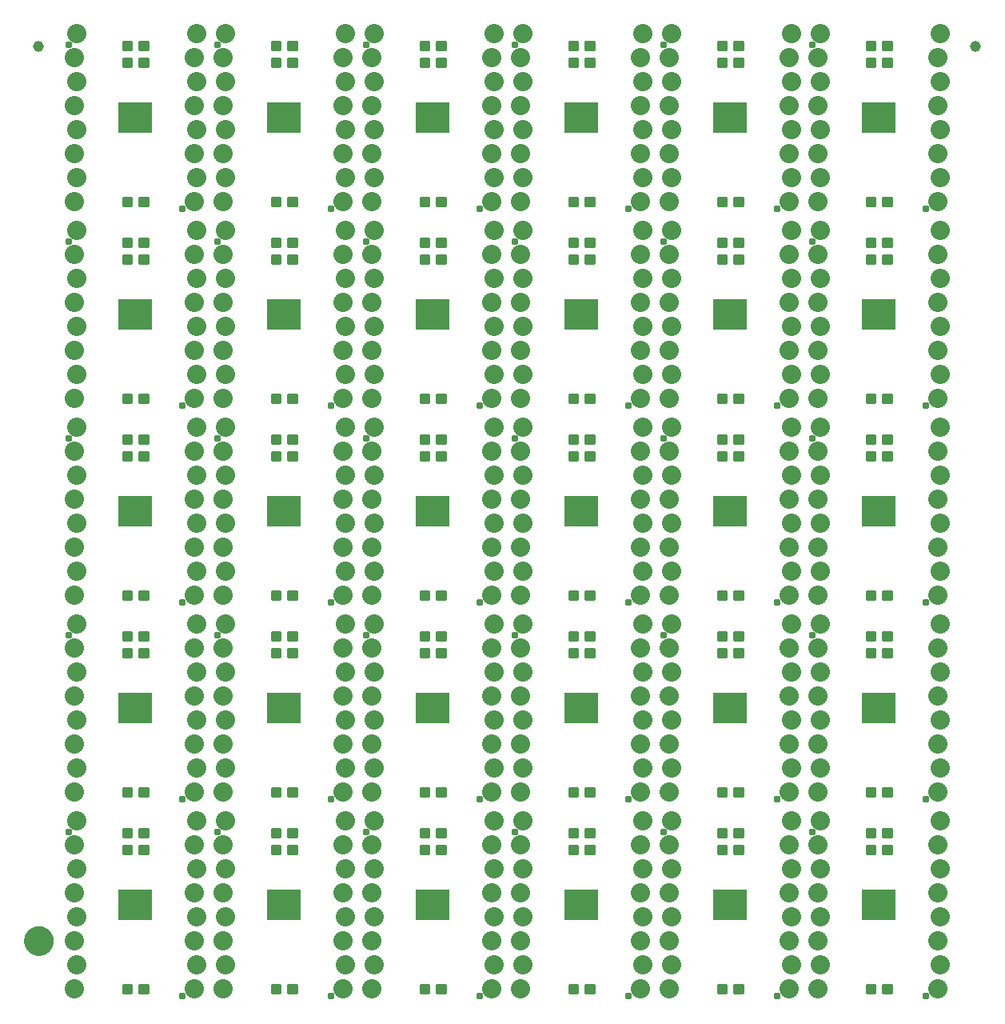
<source format=gbs>
G04 EAGLE Gerber RS-274X export*
G75*
%MOMM*%
%FSLAX34Y34*%
%LPD*%
%INSoldermask Bottom*%
%IPPOS*%
%AMOC8*
5,1,8,0,0,1.08239X$1,22.5*%
G01*
%ADD10R,3.556000X3.302000*%
%ADD11C,0.449434*%
%ADD12C,0.787400*%
%ADD13C,2.032000*%
%ADD14C,1.152400*%
%ADD15C,1.270000*%
%ADD16C,1.652400*%


D10*
X76200Y101600D03*
X233680Y101600D03*
X391160Y101600D03*
X548640Y101600D03*
X706120Y101600D03*
X863600Y101600D03*
X76200Y309880D03*
X233680Y309880D03*
X391160Y309880D03*
X548640Y309880D03*
X706120Y309880D03*
X863600Y309880D03*
X76200Y518160D03*
X233680Y518160D03*
X391160Y518160D03*
X548640Y518160D03*
X706120Y518160D03*
X863600Y518160D03*
X76200Y726440D03*
X233680Y726440D03*
X391160Y726440D03*
X548640Y726440D03*
X706120Y726440D03*
X863600Y726440D03*
X76200Y934720D03*
X233680Y934720D03*
X391160Y934720D03*
X548640Y934720D03*
X706120Y934720D03*
X863600Y934720D03*
D11*
X63915Y16215D02*
X63915Y9185D01*
X63915Y16215D02*
X70945Y16215D01*
X70945Y9185D01*
X63915Y9185D01*
X63915Y13454D02*
X70945Y13454D01*
X81455Y16215D02*
X81455Y9185D01*
X81455Y16215D02*
X88485Y16215D01*
X88485Y9185D01*
X81455Y9185D01*
X81455Y13454D02*
X88485Y13454D01*
D12*
X125984Y5080D03*
X5588Y178816D03*
D11*
X63915Y181315D02*
X63915Y174285D01*
X63915Y181315D02*
X70945Y181315D01*
X70945Y174285D01*
X63915Y174285D01*
X63915Y178554D02*
X70945Y178554D01*
X81455Y181315D02*
X81455Y174285D01*
X81455Y181315D02*
X88485Y181315D01*
X88485Y174285D01*
X81455Y174285D01*
X81455Y178554D02*
X88485Y178554D01*
X63915Y163535D02*
X63915Y156505D01*
X63915Y163535D02*
X70945Y163535D01*
X70945Y156505D01*
X63915Y156505D01*
X63915Y160774D02*
X70945Y160774D01*
X81455Y163535D02*
X81455Y156505D01*
X81455Y163535D02*
X88485Y163535D01*
X88485Y156505D01*
X81455Y156505D01*
X81455Y160774D02*
X88485Y160774D01*
D13*
X138430Y12700D03*
X140970Y38100D03*
X138430Y63500D03*
X140970Y88900D03*
X138430Y114300D03*
X140970Y139700D03*
X138430Y165100D03*
X140970Y190500D03*
X13970Y190500D03*
X11430Y165100D03*
X13970Y139700D03*
X11430Y114300D03*
X13970Y88900D03*
X11430Y63500D03*
X13970Y38100D03*
X11430Y12700D03*
D11*
X221395Y9185D02*
X221395Y16215D01*
X228425Y16215D01*
X228425Y9185D01*
X221395Y9185D01*
X221395Y13454D02*
X228425Y13454D01*
X238935Y16215D02*
X238935Y9185D01*
X238935Y16215D02*
X245965Y16215D01*
X245965Y9185D01*
X238935Y9185D01*
X238935Y13454D02*
X245965Y13454D01*
D12*
X283464Y5080D03*
X163068Y178816D03*
D11*
X221395Y181315D02*
X221395Y174285D01*
X221395Y181315D02*
X228425Y181315D01*
X228425Y174285D01*
X221395Y174285D01*
X221395Y178554D02*
X228425Y178554D01*
X238935Y181315D02*
X238935Y174285D01*
X238935Y181315D02*
X245965Y181315D01*
X245965Y174285D01*
X238935Y174285D01*
X238935Y178554D02*
X245965Y178554D01*
X221395Y163535D02*
X221395Y156505D01*
X221395Y163535D02*
X228425Y163535D01*
X228425Y156505D01*
X221395Y156505D01*
X221395Y160774D02*
X228425Y160774D01*
X238935Y163535D02*
X238935Y156505D01*
X238935Y163535D02*
X245965Y163535D01*
X245965Y156505D01*
X238935Y156505D01*
X238935Y160774D02*
X245965Y160774D01*
D13*
X295910Y12700D03*
X298450Y38100D03*
X295910Y63500D03*
X298450Y88900D03*
X295910Y114300D03*
X298450Y139700D03*
X295910Y165100D03*
X298450Y190500D03*
X171450Y190500D03*
X168910Y165100D03*
X171450Y139700D03*
X168910Y114300D03*
X171450Y88900D03*
X168910Y63500D03*
X171450Y38100D03*
X168910Y12700D03*
D11*
X378875Y9185D02*
X378875Y16215D01*
X385905Y16215D01*
X385905Y9185D01*
X378875Y9185D01*
X378875Y13454D02*
X385905Y13454D01*
X396415Y16215D02*
X396415Y9185D01*
X396415Y16215D02*
X403445Y16215D01*
X403445Y9185D01*
X396415Y9185D01*
X396415Y13454D02*
X403445Y13454D01*
D12*
X440944Y5080D03*
X320548Y178816D03*
D11*
X378875Y181315D02*
X378875Y174285D01*
X378875Y181315D02*
X385905Y181315D01*
X385905Y174285D01*
X378875Y174285D01*
X378875Y178554D02*
X385905Y178554D01*
X396415Y181315D02*
X396415Y174285D01*
X396415Y181315D02*
X403445Y181315D01*
X403445Y174285D01*
X396415Y174285D01*
X396415Y178554D02*
X403445Y178554D01*
X378875Y163535D02*
X378875Y156505D01*
X378875Y163535D02*
X385905Y163535D01*
X385905Y156505D01*
X378875Y156505D01*
X378875Y160774D02*
X385905Y160774D01*
X396415Y163535D02*
X396415Y156505D01*
X396415Y163535D02*
X403445Y163535D01*
X403445Y156505D01*
X396415Y156505D01*
X396415Y160774D02*
X403445Y160774D01*
D13*
X453390Y12700D03*
X455930Y38100D03*
X453390Y63500D03*
X455930Y88900D03*
X453390Y114300D03*
X455930Y139700D03*
X453390Y165100D03*
X455930Y190500D03*
X328930Y190500D03*
X326390Y165100D03*
X328930Y139700D03*
X326390Y114300D03*
X328930Y88900D03*
X326390Y63500D03*
X328930Y38100D03*
X326390Y12700D03*
D11*
X536355Y9185D02*
X536355Y16215D01*
X543385Y16215D01*
X543385Y9185D01*
X536355Y9185D01*
X536355Y13454D02*
X543385Y13454D01*
X553895Y16215D02*
X553895Y9185D01*
X553895Y16215D02*
X560925Y16215D01*
X560925Y9185D01*
X553895Y9185D01*
X553895Y13454D02*
X560925Y13454D01*
D12*
X598424Y5080D03*
X478028Y178816D03*
D11*
X536355Y181315D02*
X536355Y174285D01*
X536355Y181315D02*
X543385Y181315D01*
X543385Y174285D01*
X536355Y174285D01*
X536355Y178554D02*
X543385Y178554D01*
X553895Y181315D02*
X553895Y174285D01*
X553895Y181315D02*
X560925Y181315D01*
X560925Y174285D01*
X553895Y174285D01*
X553895Y178554D02*
X560925Y178554D01*
X536355Y163535D02*
X536355Y156505D01*
X536355Y163535D02*
X543385Y163535D01*
X543385Y156505D01*
X536355Y156505D01*
X536355Y160774D02*
X543385Y160774D01*
X553895Y163535D02*
X553895Y156505D01*
X553895Y163535D02*
X560925Y163535D01*
X560925Y156505D01*
X553895Y156505D01*
X553895Y160774D02*
X560925Y160774D01*
D13*
X610870Y12700D03*
X613410Y38100D03*
X610870Y63500D03*
X613410Y88900D03*
X610870Y114300D03*
X613410Y139700D03*
X610870Y165100D03*
X613410Y190500D03*
X486410Y190500D03*
X483870Y165100D03*
X486410Y139700D03*
X483870Y114300D03*
X486410Y88900D03*
X483870Y63500D03*
X486410Y38100D03*
X483870Y12700D03*
D11*
X693835Y9185D02*
X693835Y16215D01*
X700865Y16215D01*
X700865Y9185D01*
X693835Y9185D01*
X693835Y13454D02*
X700865Y13454D01*
X711375Y16215D02*
X711375Y9185D01*
X711375Y16215D02*
X718405Y16215D01*
X718405Y9185D01*
X711375Y9185D01*
X711375Y13454D02*
X718405Y13454D01*
D12*
X755904Y5080D03*
X635508Y178816D03*
D11*
X693835Y181315D02*
X693835Y174285D01*
X693835Y181315D02*
X700865Y181315D01*
X700865Y174285D01*
X693835Y174285D01*
X693835Y178554D02*
X700865Y178554D01*
X711375Y181315D02*
X711375Y174285D01*
X711375Y181315D02*
X718405Y181315D01*
X718405Y174285D01*
X711375Y174285D01*
X711375Y178554D02*
X718405Y178554D01*
X693835Y163535D02*
X693835Y156505D01*
X693835Y163535D02*
X700865Y163535D01*
X700865Y156505D01*
X693835Y156505D01*
X693835Y160774D02*
X700865Y160774D01*
X711375Y163535D02*
X711375Y156505D01*
X711375Y163535D02*
X718405Y163535D01*
X718405Y156505D01*
X711375Y156505D01*
X711375Y160774D02*
X718405Y160774D01*
D13*
X768350Y12700D03*
X770890Y38100D03*
X768350Y63500D03*
X770890Y88900D03*
X768350Y114300D03*
X770890Y139700D03*
X768350Y165100D03*
X770890Y190500D03*
X643890Y190500D03*
X641350Y165100D03*
X643890Y139700D03*
X641350Y114300D03*
X643890Y88900D03*
X641350Y63500D03*
X643890Y38100D03*
X641350Y12700D03*
D11*
X851315Y9185D02*
X851315Y16215D01*
X858345Y16215D01*
X858345Y9185D01*
X851315Y9185D01*
X851315Y13454D02*
X858345Y13454D01*
X868855Y16215D02*
X868855Y9185D01*
X868855Y16215D02*
X875885Y16215D01*
X875885Y9185D01*
X868855Y9185D01*
X868855Y13454D02*
X875885Y13454D01*
D12*
X913384Y5080D03*
X792988Y178816D03*
D11*
X851315Y181315D02*
X851315Y174285D01*
X851315Y181315D02*
X858345Y181315D01*
X858345Y174285D01*
X851315Y174285D01*
X851315Y178554D02*
X858345Y178554D01*
X868855Y181315D02*
X868855Y174285D01*
X868855Y181315D02*
X875885Y181315D01*
X875885Y174285D01*
X868855Y174285D01*
X868855Y178554D02*
X875885Y178554D01*
X851315Y163535D02*
X851315Y156505D01*
X851315Y163535D02*
X858345Y163535D01*
X858345Y156505D01*
X851315Y156505D01*
X851315Y160774D02*
X858345Y160774D01*
X868855Y163535D02*
X868855Y156505D01*
X868855Y163535D02*
X875885Y163535D01*
X875885Y156505D01*
X868855Y156505D01*
X868855Y160774D02*
X875885Y160774D01*
D13*
X925830Y12700D03*
X928370Y38100D03*
X925830Y63500D03*
X928370Y88900D03*
X925830Y114300D03*
X928370Y139700D03*
X925830Y165100D03*
X928370Y190500D03*
X801370Y190500D03*
X798830Y165100D03*
X801370Y139700D03*
X798830Y114300D03*
X801370Y88900D03*
X798830Y63500D03*
X801370Y38100D03*
X798830Y12700D03*
D11*
X63915Y217465D02*
X63915Y224495D01*
X70945Y224495D01*
X70945Y217465D01*
X63915Y217465D01*
X63915Y221734D02*
X70945Y221734D01*
X81455Y224495D02*
X81455Y217465D01*
X81455Y224495D02*
X88485Y224495D01*
X88485Y217465D01*
X81455Y217465D01*
X81455Y221734D02*
X88485Y221734D01*
D12*
X125984Y213360D03*
X5588Y387096D03*
D11*
X63915Y389595D02*
X63915Y382565D01*
X63915Y389595D02*
X70945Y389595D01*
X70945Y382565D01*
X63915Y382565D01*
X63915Y386834D02*
X70945Y386834D01*
X81455Y389595D02*
X81455Y382565D01*
X81455Y389595D02*
X88485Y389595D01*
X88485Y382565D01*
X81455Y382565D01*
X81455Y386834D02*
X88485Y386834D01*
X63915Y371815D02*
X63915Y364785D01*
X63915Y371815D02*
X70945Y371815D01*
X70945Y364785D01*
X63915Y364785D01*
X63915Y369054D02*
X70945Y369054D01*
X81455Y371815D02*
X81455Y364785D01*
X81455Y371815D02*
X88485Y371815D01*
X88485Y364785D01*
X81455Y364785D01*
X81455Y369054D02*
X88485Y369054D01*
D13*
X138430Y220980D03*
X140970Y246380D03*
X138430Y271780D03*
X140970Y297180D03*
X138430Y322580D03*
X140970Y347980D03*
X138430Y373380D03*
X140970Y398780D03*
X13970Y398780D03*
X11430Y373380D03*
X13970Y347980D03*
X11430Y322580D03*
X13970Y297180D03*
X11430Y271780D03*
X13970Y246380D03*
X11430Y220980D03*
D11*
X221395Y217465D02*
X221395Y224495D01*
X228425Y224495D01*
X228425Y217465D01*
X221395Y217465D01*
X221395Y221734D02*
X228425Y221734D01*
X238935Y224495D02*
X238935Y217465D01*
X238935Y224495D02*
X245965Y224495D01*
X245965Y217465D01*
X238935Y217465D01*
X238935Y221734D02*
X245965Y221734D01*
D12*
X283464Y213360D03*
X163068Y387096D03*
D11*
X221395Y389595D02*
X221395Y382565D01*
X221395Y389595D02*
X228425Y389595D01*
X228425Y382565D01*
X221395Y382565D01*
X221395Y386834D02*
X228425Y386834D01*
X238935Y389595D02*
X238935Y382565D01*
X238935Y389595D02*
X245965Y389595D01*
X245965Y382565D01*
X238935Y382565D01*
X238935Y386834D02*
X245965Y386834D01*
X221395Y371815D02*
X221395Y364785D01*
X221395Y371815D02*
X228425Y371815D01*
X228425Y364785D01*
X221395Y364785D01*
X221395Y369054D02*
X228425Y369054D01*
X238935Y371815D02*
X238935Y364785D01*
X238935Y371815D02*
X245965Y371815D01*
X245965Y364785D01*
X238935Y364785D01*
X238935Y369054D02*
X245965Y369054D01*
D13*
X295910Y220980D03*
X298450Y246380D03*
X295910Y271780D03*
X298450Y297180D03*
X295910Y322580D03*
X298450Y347980D03*
X295910Y373380D03*
X298450Y398780D03*
X171450Y398780D03*
X168910Y373380D03*
X171450Y347980D03*
X168910Y322580D03*
X171450Y297180D03*
X168910Y271780D03*
X171450Y246380D03*
X168910Y220980D03*
D11*
X378875Y217465D02*
X378875Y224495D01*
X385905Y224495D01*
X385905Y217465D01*
X378875Y217465D01*
X378875Y221734D02*
X385905Y221734D01*
X396415Y224495D02*
X396415Y217465D01*
X396415Y224495D02*
X403445Y224495D01*
X403445Y217465D01*
X396415Y217465D01*
X396415Y221734D02*
X403445Y221734D01*
D12*
X440944Y213360D03*
X320548Y387096D03*
D11*
X378875Y389595D02*
X378875Y382565D01*
X378875Y389595D02*
X385905Y389595D01*
X385905Y382565D01*
X378875Y382565D01*
X378875Y386834D02*
X385905Y386834D01*
X396415Y389595D02*
X396415Y382565D01*
X396415Y389595D02*
X403445Y389595D01*
X403445Y382565D01*
X396415Y382565D01*
X396415Y386834D02*
X403445Y386834D01*
X378875Y371815D02*
X378875Y364785D01*
X378875Y371815D02*
X385905Y371815D01*
X385905Y364785D01*
X378875Y364785D01*
X378875Y369054D02*
X385905Y369054D01*
X396415Y371815D02*
X396415Y364785D01*
X396415Y371815D02*
X403445Y371815D01*
X403445Y364785D01*
X396415Y364785D01*
X396415Y369054D02*
X403445Y369054D01*
D13*
X453390Y220980D03*
X455930Y246380D03*
X453390Y271780D03*
X455930Y297180D03*
X453390Y322580D03*
X455930Y347980D03*
X453390Y373380D03*
X455930Y398780D03*
X328930Y398780D03*
X326390Y373380D03*
X328930Y347980D03*
X326390Y322580D03*
X328930Y297180D03*
X326390Y271780D03*
X328930Y246380D03*
X326390Y220980D03*
D11*
X536355Y217465D02*
X536355Y224495D01*
X543385Y224495D01*
X543385Y217465D01*
X536355Y217465D01*
X536355Y221734D02*
X543385Y221734D01*
X553895Y224495D02*
X553895Y217465D01*
X553895Y224495D02*
X560925Y224495D01*
X560925Y217465D01*
X553895Y217465D01*
X553895Y221734D02*
X560925Y221734D01*
D12*
X598424Y213360D03*
X478028Y387096D03*
D11*
X536355Y389595D02*
X536355Y382565D01*
X536355Y389595D02*
X543385Y389595D01*
X543385Y382565D01*
X536355Y382565D01*
X536355Y386834D02*
X543385Y386834D01*
X553895Y389595D02*
X553895Y382565D01*
X553895Y389595D02*
X560925Y389595D01*
X560925Y382565D01*
X553895Y382565D01*
X553895Y386834D02*
X560925Y386834D01*
X536355Y371815D02*
X536355Y364785D01*
X536355Y371815D02*
X543385Y371815D01*
X543385Y364785D01*
X536355Y364785D01*
X536355Y369054D02*
X543385Y369054D01*
X553895Y371815D02*
X553895Y364785D01*
X553895Y371815D02*
X560925Y371815D01*
X560925Y364785D01*
X553895Y364785D01*
X553895Y369054D02*
X560925Y369054D01*
D13*
X610870Y220980D03*
X613410Y246380D03*
X610870Y271780D03*
X613410Y297180D03*
X610870Y322580D03*
X613410Y347980D03*
X610870Y373380D03*
X613410Y398780D03*
X486410Y398780D03*
X483870Y373380D03*
X486410Y347980D03*
X483870Y322580D03*
X486410Y297180D03*
X483870Y271780D03*
X486410Y246380D03*
X483870Y220980D03*
D11*
X693835Y217465D02*
X693835Y224495D01*
X700865Y224495D01*
X700865Y217465D01*
X693835Y217465D01*
X693835Y221734D02*
X700865Y221734D01*
X711375Y224495D02*
X711375Y217465D01*
X711375Y224495D02*
X718405Y224495D01*
X718405Y217465D01*
X711375Y217465D01*
X711375Y221734D02*
X718405Y221734D01*
D12*
X755904Y213360D03*
X635508Y387096D03*
D11*
X693835Y389595D02*
X693835Y382565D01*
X693835Y389595D02*
X700865Y389595D01*
X700865Y382565D01*
X693835Y382565D01*
X693835Y386834D02*
X700865Y386834D01*
X711375Y389595D02*
X711375Y382565D01*
X711375Y389595D02*
X718405Y389595D01*
X718405Y382565D01*
X711375Y382565D01*
X711375Y386834D02*
X718405Y386834D01*
X693835Y371815D02*
X693835Y364785D01*
X693835Y371815D02*
X700865Y371815D01*
X700865Y364785D01*
X693835Y364785D01*
X693835Y369054D02*
X700865Y369054D01*
X711375Y371815D02*
X711375Y364785D01*
X711375Y371815D02*
X718405Y371815D01*
X718405Y364785D01*
X711375Y364785D01*
X711375Y369054D02*
X718405Y369054D01*
D13*
X768350Y220980D03*
X770890Y246380D03*
X768350Y271780D03*
X770890Y297180D03*
X768350Y322580D03*
X770890Y347980D03*
X768350Y373380D03*
X770890Y398780D03*
X643890Y398780D03*
X641350Y373380D03*
X643890Y347980D03*
X641350Y322580D03*
X643890Y297180D03*
X641350Y271780D03*
X643890Y246380D03*
X641350Y220980D03*
D11*
X851315Y217465D02*
X851315Y224495D01*
X858345Y224495D01*
X858345Y217465D01*
X851315Y217465D01*
X851315Y221734D02*
X858345Y221734D01*
X868855Y224495D02*
X868855Y217465D01*
X868855Y224495D02*
X875885Y224495D01*
X875885Y217465D01*
X868855Y217465D01*
X868855Y221734D02*
X875885Y221734D01*
D12*
X913384Y213360D03*
X792988Y387096D03*
D11*
X851315Y389595D02*
X851315Y382565D01*
X851315Y389595D02*
X858345Y389595D01*
X858345Y382565D01*
X851315Y382565D01*
X851315Y386834D02*
X858345Y386834D01*
X868855Y389595D02*
X868855Y382565D01*
X868855Y389595D02*
X875885Y389595D01*
X875885Y382565D01*
X868855Y382565D01*
X868855Y386834D02*
X875885Y386834D01*
X851315Y371815D02*
X851315Y364785D01*
X851315Y371815D02*
X858345Y371815D01*
X858345Y364785D01*
X851315Y364785D01*
X851315Y369054D02*
X858345Y369054D01*
X868855Y371815D02*
X868855Y364785D01*
X868855Y371815D02*
X875885Y371815D01*
X875885Y364785D01*
X868855Y364785D01*
X868855Y369054D02*
X875885Y369054D01*
D13*
X925830Y220980D03*
X928370Y246380D03*
X925830Y271780D03*
X928370Y297180D03*
X925830Y322580D03*
X928370Y347980D03*
X925830Y373380D03*
X928370Y398780D03*
X801370Y398780D03*
X798830Y373380D03*
X801370Y347980D03*
X798830Y322580D03*
X801370Y297180D03*
X798830Y271780D03*
X801370Y246380D03*
X798830Y220980D03*
D11*
X63915Y425745D02*
X63915Y432775D01*
X70945Y432775D01*
X70945Y425745D01*
X63915Y425745D01*
X63915Y430014D02*
X70945Y430014D01*
X81455Y432775D02*
X81455Y425745D01*
X81455Y432775D02*
X88485Y432775D01*
X88485Y425745D01*
X81455Y425745D01*
X81455Y430014D02*
X88485Y430014D01*
D12*
X125984Y421640D03*
X5588Y595376D03*
D11*
X63915Y597875D02*
X63915Y590845D01*
X63915Y597875D02*
X70945Y597875D01*
X70945Y590845D01*
X63915Y590845D01*
X63915Y595114D02*
X70945Y595114D01*
X81455Y597875D02*
X81455Y590845D01*
X81455Y597875D02*
X88485Y597875D01*
X88485Y590845D01*
X81455Y590845D01*
X81455Y595114D02*
X88485Y595114D01*
X63915Y580095D02*
X63915Y573065D01*
X63915Y580095D02*
X70945Y580095D01*
X70945Y573065D01*
X63915Y573065D01*
X63915Y577334D02*
X70945Y577334D01*
X81455Y580095D02*
X81455Y573065D01*
X81455Y580095D02*
X88485Y580095D01*
X88485Y573065D01*
X81455Y573065D01*
X81455Y577334D02*
X88485Y577334D01*
D13*
X138430Y429260D03*
X140970Y454660D03*
X138430Y480060D03*
X140970Y505460D03*
X138430Y530860D03*
X140970Y556260D03*
X138430Y581660D03*
X140970Y607060D03*
X13970Y607060D03*
X11430Y581660D03*
X13970Y556260D03*
X11430Y530860D03*
X13970Y505460D03*
X11430Y480060D03*
X13970Y454660D03*
X11430Y429260D03*
D11*
X221395Y425745D02*
X221395Y432775D01*
X228425Y432775D01*
X228425Y425745D01*
X221395Y425745D01*
X221395Y430014D02*
X228425Y430014D01*
X238935Y432775D02*
X238935Y425745D01*
X238935Y432775D02*
X245965Y432775D01*
X245965Y425745D01*
X238935Y425745D01*
X238935Y430014D02*
X245965Y430014D01*
D12*
X283464Y421640D03*
X163068Y595376D03*
D11*
X221395Y597875D02*
X221395Y590845D01*
X221395Y597875D02*
X228425Y597875D01*
X228425Y590845D01*
X221395Y590845D01*
X221395Y595114D02*
X228425Y595114D01*
X238935Y597875D02*
X238935Y590845D01*
X238935Y597875D02*
X245965Y597875D01*
X245965Y590845D01*
X238935Y590845D01*
X238935Y595114D02*
X245965Y595114D01*
X221395Y580095D02*
X221395Y573065D01*
X221395Y580095D02*
X228425Y580095D01*
X228425Y573065D01*
X221395Y573065D01*
X221395Y577334D02*
X228425Y577334D01*
X238935Y580095D02*
X238935Y573065D01*
X238935Y580095D02*
X245965Y580095D01*
X245965Y573065D01*
X238935Y573065D01*
X238935Y577334D02*
X245965Y577334D01*
D13*
X295910Y429260D03*
X298450Y454660D03*
X295910Y480060D03*
X298450Y505460D03*
X295910Y530860D03*
X298450Y556260D03*
X295910Y581660D03*
X298450Y607060D03*
X171450Y607060D03*
X168910Y581660D03*
X171450Y556260D03*
X168910Y530860D03*
X171450Y505460D03*
X168910Y480060D03*
X171450Y454660D03*
X168910Y429260D03*
D11*
X378875Y425745D02*
X378875Y432775D01*
X385905Y432775D01*
X385905Y425745D01*
X378875Y425745D01*
X378875Y430014D02*
X385905Y430014D01*
X396415Y432775D02*
X396415Y425745D01*
X396415Y432775D02*
X403445Y432775D01*
X403445Y425745D01*
X396415Y425745D01*
X396415Y430014D02*
X403445Y430014D01*
D12*
X440944Y421640D03*
X320548Y595376D03*
D11*
X378875Y597875D02*
X378875Y590845D01*
X378875Y597875D02*
X385905Y597875D01*
X385905Y590845D01*
X378875Y590845D01*
X378875Y595114D02*
X385905Y595114D01*
X396415Y597875D02*
X396415Y590845D01*
X396415Y597875D02*
X403445Y597875D01*
X403445Y590845D01*
X396415Y590845D01*
X396415Y595114D02*
X403445Y595114D01*
X378875Y580095D02*
X378875Y573065D01*
X378875Y580095D02*
X385905Y580095D01*
X385905Y573065D01*
X378875Y573065D01*
X378875Y577334D02*
X385905Y577334D01*
X396415Y580095D02*
X396415Y573065D01*
X396415Y580095D02*
X403445Y580095D01*
X403445Y573065D01*
X396415Y573065D01*
X396415Y577334D02*
X403445Y577334D01*
D13*
X453390Y429260D03*
X455930Y454660D03*
X453390Y480060D03*
X455930Y505460D03*
X453390Y530860D03*
X455930Y556260D03*
X453390Y581660D03*
X455930Y607060D03*
X328930Y607060D03*
X326390Y581660D03*
X328930Y556260D03*
X326390Y530860D03*
X328930Y505460D03*
X326390Y480060D03*
X328930Y454660D03*
X326390Y429260D03*
D11*
X536355Y425745D02*
X536355Y432775D01*
X543385Y432775D01*
X543385Y425745D01*
X536355Y425745D01*
X536355Y430014D02*
X543385Y430014D01*
X553895Y432775D02*
X553895Y425745D01*
X553895Y432775D02*
X560925Y432775D01*
X560925Y425745D01*
X553895Y425745D01*
X553895Y430014D02*
X560925Y430014D01*
D12*
X598424Y421640D03*
X478028Y595376D03*
D11*
X536355Y597875D02*
X536355Y590845D01*
X536355Y597875D02*
X543385Y597875D01*
X543385Y590845D01*
X536355Y590845D01*
X536355Y595114D02*
X543385Y595114D01*
X553895Y597875D02*
X553895Y590845D01*
X553895Y597875D02*
X560925Y597875D01*
X560925Y590845D01*
X553895Y590845D01*
X553895Y595114D02*
X560925Y595114D01*
X536355Y580095D02*
X536355Y573065D01*
X536355Y580095D02*
X543385Y580095D01*
X543385Y573065D01*
X536355Y573065D01*
X536355Y577334D02*
X543385Y577334D01*
X553895Y580095D02*
X553895Y573065D01*
X553895Y580095D02*
X560925Y580095D01*
X560925Y573065D01*
X553895Y573065D01*
X553895Y577334D02*
X560925Y577334D01*
D13*
X610870Y429260D03*
X613410Y454660D03*
X610870Y480060D03*
X613410Y505460D03*
X610870Y530860D03*
X613410Y556260D03*
X610870Y581660D03*
X613410Y607060D03*
X486410Y607060D03*
X483870Y581660D03*
X486410Y556260D03*
X483870Y530860D03*
X486410Y505460D03*
X483870Y480060D03*
X486410Y454660D03*
X483870Y429260D03*
D11*
X693835Y425745D02*
X693835Y432775D01*
X700865Y432775D01*
X700865Y425745D01*
X693835Y425745D01*
X693835Y430014D02*
X700865Y430014D01*
X711375Y432775D02*
X711375Y425745D01*
X711375Y432775D02*
X718405Y432775D01*
X718405Y425745D01*
X711375Y425745D01*
X711375Y430014D02*
X718405Y430014D01*
D12*
X755904Y421640D03*
X635508Y595376D03*
D11*
X693835Y597875D02*
X693835Y590845D01*
X693835Y597875D02*
X700865Y597875D01*
X700865Y590845D01*
X693835Y590845D01*
X693835Y595114D02*
X700865Y595114D01*
X711375Y597875D02*
X711375Y590845D01*
X711375Y597875D02*
X718405Y597875D01*
X718405Y590845D01*
X711375Y590845D01*
X711375Y595114D02*
X718405Y595114D01*
X693835Y580095D02*
X693835Y573065D01*
X693835Y580095D02*
X700865Y580095D01*
X700865Y573065D01*
X693835Y573065D01*
X693835Y577334D02*
X700865Y577334D01*
X711375Y580095D02*
X711375Y573065D01*
X711375Y580095D02*
X718405Y580095D01*
X718405Y573065D01*
X711375Y573065D01*
X711375Y577334D02*
X718405Y577334D01*
D13*
X768350Y429260D03*
X770890Y454660D03*
X768350Y480060D03*
X770890Y505460D03*
X768350Y530860D03*
X770890Y556260D03*
X768350Y581660D03*
X770890Y607060D03*
X643890Y607060D03*
X641350Y581660D03*
X643890Y556260D03*
X641350Y530860D03*
X643890Y505460D03*
X641350Y480060D03*
X643890Y454660D03*
X641350Y429260D03*
D11*
X851315Y425745D02*
X851315Y432775D01*
X858345Y432775D01*
X858345Y425745D01*
X851315Y425745D01*
X851315Y430014D02*
X858345Y430014D01*
X868855Y432775D02*
X868855Y425745D01*
X868855Y432775D02*
X875885Y432775D01*
X875885Y425745D01*
X868855Y425745D01*
X868855Y430014D02*
X875885Y430014D01*
D12*
X913384Y421640D03*
X792988Y595376D03*
D11*
X851315Y597875D02*
X851315Y590845D01*
X851315Y597875D02*
X858345Y597875D01*
X858345Y590845D01*
X851315Y590845D01*
X851315Y595114D02*
X858345Y595114D01*
X868855Y597875D02*
X868855Y590845D01*
X868855Y597875D02*
X875885Y597875D01*
X875885Y590845D01*
X868855Y590845D01*
X868855Y595114D02*
X875885Y595114D01*
X851315Y580095D02*
X851315Y573065D01*
X851315Y580095D02*
X858345Y580095D01*
X858345Y573065D01*
X851315Y573065D01*
X851315Y577334D02*
X858345Y577334D01*
X868855Y580095D02*
X868855Y573065D01*
X868855Y580095D02*
X875885Y580095D01*
X875885Y573065D01*
X868855Y573065D01*
X868855Y577334D02*
X875885Y577334D01*
D13*
X925830Y429260D03*
X928370Y454660D03*
X925830Y480060D03*
X928370Y505460D03*
X925830Y530860D03*
X928370Y556260D03*
X925830Y581660D03*
X928370Y607060D03*
X801370Y607060D03*
X798830Y581660D03*
X801370Y556260D03*
X798830Y530860D03*
X801370Y505460D03*
X798830Y480060D03*
X801370Y454660D03*
X798830Y429260D03*
D11*
X63915Y634025D02*
X63915Y641055D01*
X70945Y641055D01*
X70945Y634025D01*
X63915Y634025D01*
X63915Y638294D02*
X70945Y638294D01*
X81455Y641055D02*
X81455Y634025D01*
X81455Y641055D02*
X88485Y641055D01*
X88485Y634025D01*
X81455Y634025D01*
X81455Y638294D02*
X88485Y638294D01*
D12*
X125984Y629920D03*
X5588Y803656D03*
D11*
X63915Y806155D02*
X63915Y799125D01*
X63915Y806155D02*
X70945Y806155D01*
X70945Y799125D01*
X63915Y799125D01*
X63915Y803394D02*
X70945Y803394D01*
X81455Y806155D02*
X81455Y799125D01*
X81455Y806155D02*
X88485Y806155D01*
X88485Y799125D01*
X81455Y799125D01*
X81455Y803394D02*
X88485Y803394D01*
X63915Y788375D02*
X63915Y781345D01*
X63915Y788375D02*
X70945Y788375D01*
X70945Y781345D01*
X63915Y781345D01*
X63915Y785614D02*
X70945Y785614D01*
X81455Y788375D02*
X81455Y781345D01*
X81455Y788375D02*
X88485Y788375D01*
X88485Y781345D01*
X81455Y781345D01*
X81455Y785614D02*
X88485Y785614D01*
D13*
X138430Y637540D03*
X140970Y662940D03*
X138430Y688340D03*
X140970Y713740D03*
X138430Y739140D03*
X140970Y764540D03*
X138430Y789940D03*
X140970Y815340D03*
X13970Y815340D03*
X11430Y789940D03*
X13970Y764540D03*
X11430Y739140D03*
X13970Y713740D03*
X11430Y688340D03*
X13970Y662940D03*
X11430Y637540D03*
D11*
X221395Y634025D02*
X221395Y641055D01*
X228425Y641055D01*
X228425Y634025D01*
X221395Y634025D01*
X221395Y638294D02*
X228425Y638294D01*
X238935Y641055D02*
X238935Y634025D01*
X238935Y641055D02*
X245965Y641055D01*
X245965Y634025D01*
X238935Y634025D01*
X238935Y638294D02*
X245965Y638294D01*
D12*
X283464Y629920D03*
X163068Y803656D03*
D11*
X221395Y806155D02*
X221395Y799125D01*
X221395Y806155D02*
X228425Y806155D01*
X228425Y799125D01*
X221395Y799125D01*
X221395Y803394D02*
X228425Y803394D01*
X238935Y806155D02*
X238935Y799125D01*
X238935Y806155D02*
X245965Y806155D01*
X245965Y799125D01*
X238935Y799125D01*
X238935Y803394D02*
X245965Y803394D01*
X221395Y788375D02*
X221395Y781345D01*
X221395Y788375D02*
X228425Y788375D01*
X228425Y781345D01*
X221395Y781345D01*
X221395Y785614D02*
X228425Y785614D01*
X238935Y788375D02*
X238935Y781345D01*
X238935Y788375D02*
X245965Y788375D01*
X245965Y781345D01*
X238935Y781345D01*
X238935Y785614D02*
X245965Y785614D01*
D13*
X295910Y637540D03*
X298450Y662940D03*
X295910Y688340D03*
X298450Y713740D03*
X295910Y739140D03*
X298450Y764540D03*
X295910Y789940D03*
X298450Y815340D03*
X171450Y815340D03*
X168910Y789940D03*
X171450Y764540D03*
X168910Y739140D03*
X171450Y713740D03*
X168910Y688340D03*
X171450Y662940D03*
X168910Y637540D03*
D11*
X378875Y634025D02*
X378875Y641055D01*
X385905Y641055D01*
X385905Y634025D01*
X378875Y634025D01*
X378875Y638294D02*
X385905Y638294D01*
X396415Y641055D02*
X396415Y634025D01*
X396415Y641055D02*
X403445Y641055D01*
X403445Y634025D01*
X396415Y634025D01*
X396415Y638294D02*
X403445Y638294D01*
D12*
X440944Y629920D03*
X320548Y803656D03*
D11*
X378875Y806155D02*
X378875Y799125D01*
X378875Y806155D02*
X385905Y806155D01*
X385905Y799125D01*
X378875Y799125D01*
X378875Y803394D02*
X385905Y803394D01*
X396415Y806155D02*
X396415Y799125D01*
X396415Y806155D02*
X403445Y806155D01*
X403445Y799125D01*
X396415Y799125D01*
X396415Y803394D02*
X403445Y803394D01*
X378875Y788375D02*
X378875Y781345D01*
X378875Y788375D02*
X385905Y788375D01*
X385905Y781345D01*
X378875Y781345D01*
X378875Y785614D02*
X385905Y785614D01*
X396415Y788375D02*
X396415Y781345D01*
X396415Y788375D02*
X403445Y788375D01*
X403445Y781345D01*
X396415Y781345D01*
X396415Y785614D02*
X403445Y785614D01*
D13*
X453390Y637540D03*
X455930Y662940D03*
X453390Y688340D03*
X455930Y713740D03*
X453390Y739140D03*
X455930Y764540D03*
X453390Y789940D03*
X455930Y815340D03*
X328930Y815340D03*
X326390Y789940D03*
X328930Y764540D03*
X326390Y739140D03*
X328930Y713740D03*
X326390Y688340D03*
X328930Y662940D03*
X326390Y637540D03*
D11*
X536355Y634025D02*
X536355Y641055D01*
X543385Y641055D01*
X543385Y634025D01*
X536355Y634025D01*
X536355Y638294D02*
X543385Y638294D01*
X553895Y641055D02*
X553895Y634025D01*
X553895Y641055D02*
X560925Y641055D01*
X560925Y634025D01*
X553895Y634025D01*
X553895Y638294D02*
X560925Y638294D01*
D12*
X598424Y629920D03*
X478028Y803656D03*
D11*
X536355Y806155D02*
X536355Y799125D01*
X536355Y806155D02*
X543385Y806155D01*
X543385Y799125D01*
X536355Y799125D01*
X536355Y803394D02*
X543385Y803394D01*
X553895Y806155D02*
X553895Y799125D01*
X553895Y806155D02*
X560925Y806155D01*
X560925Y799125D01*
X553895Y799125D01*
X553895Y803394D02*
X560925Y803394D01*
X536355Y788375D02*
X536355Y781345D01*
X536355Y788375D02*
X543385Y788375D01*
X543385Y781345D01*
X536355Y781345D01*
X536355Y785614D02*
X543385Y785614D01*
X553895Y788375D02*
X553895Y781345D01*
X553895Y788375D02*
X560925Y788375D01*
X560925Y781345D01*
X553895Y781345D01*
X553895Y785614D02*
X560925Y785614D01*
D13*
X610870Y637540D03*
X613410Y662940D03*
X610870Y688340D03*
X613410Y713740D03*
X610870Y739140D03*
X613410Y764540D03*
X610870Y789940D03*
X613410Y815340D03*
X486410Y815340D03*
X483870Y789940D03*
X486410Y764540D03*
X483870Y739140D03*
X486410Y713740D03*
X483870Y688340D03*
X486410Y662940D03*
X483870Y637540D03*
D11*
X693835Y634025D02*
X693835Y641055D01*
X700865Y641055D01*
X700865Y634025D01*
X693835Y634025D01*
X693835Y638294D02*
X700865Y638294D01*
X711375Y641055D02*
X711375Y634025D01*
X711375Y641055D02*
X718405Y641055D01*
X718405Y634025D01*
X711375Y634025D01*
X711375Y638294D02*
X718405Y638294D01*
D12*
X755904Y629920D03*
X635508Y803656D03*
D11*
X693835Y806155D02*
X693835Y799125D01*
X693835Y806155D02*
X700865Y806155D01*
X700865Y799125D01*
X693835Y799125D01*
X693835Y803394D02*
X700865Y803394D01*
X711375Y806155D02*
X711375Y799125D01*
X711375Y806155D02*
X718405Y806155D01*
X718405Y799125D01*
X711375Y799125D01*
X711375Y803394D02*
X718405Y803394D01*
X693835Y788375D02*
X693835Y781345D01*
X693835Y788375D02*
X700865Y788375D01*
X700865Y781345D01*
X693835Y781345D01*
X693835Y785614D02*
X700865Y785614D01*
X711375Y788375D02*
X711375Y781345D01*
X711375Y788375D02*
X718405Y788375D01*
X718405Y781345D01*
X711375Y781345D01*
X711375Y785614D02*
X718405Y785614D01*
D13*
X768350Y637540D03*
X770890Y662940D03*
X768350Y688340D03*
X770890Y713740D03*
X768350Y739140D03*
X770890Y764540D03*
X768350Y789940D03*
X770890Y815340D03*
X643890Y815340D03*
X641350Y789940D03*
X643890Y764540D03*
X641350Y739140D03*
X643890Y713740D03*
X641350Y688340D03*
X643890Y662940D03*
X641350Y637540D03*
D11*
X851315Y634025D02*
X851315Y641055D01*
X858345Y641055D01*
X858345Y634025D01*
X851315Y634025D01*
X851315Y638294D02*
X858345Y638294D01*
X868855Y641055D02*
X868855Y634025D01*
X868855Y641055D02*
X875885Y641055D01*
X875885Y634025D01*
X868855Y634025D01*
X868855Y638294D02*
X875885Y638294D01*
D12*
X913384Y629920D03*
X792988Y803656D03*
D11*
X851315Y806155D02*
X851315Y799125D01*
X851315Y806155D02*
X858345Y806155D01*
X858345Y799125D01*
X851315Y799125D01*
X851315Y803394D02*
X858345Y803394D01*
X868855Y806155D02*
X868855Y799125D01*
X868855Y806155D02*
X875885Y806155D01*
X875885Y799125D01*
X868855Y799125D01*
X868855Y803394D02*
X875885Y803394D01*
X851315Y788375D02*
X851315Y781345D01*
X851315Y788375D02*
X858345Y788375D01*
X858345Y781345D01*
X851315Y781345D01*
X851315Y785614D02*
X858345Y785614D01*
X868855Y788375D02*
X868855Y781345D01*
X868855Y788375D02*
X875885Y788375D01*
X875885Y781345D01*
X868855Y781345D01*
X868855Y785614D02*
X875885Y785614D01*
D13*
X925830Y637540D03*
X928370Y662940D03*
X925830Y688340D03*
X928370Y713740D03*
X925830Y739140D03*
X928370Y764540D03*
X925830Y789940D03*
X928370Y815340D03*
X801370Y815340D03*
X798830Y789940D03*
X801370Y764540D03*
X798830Y739140D03*
X801370Y713740D03*
X798830Y688340D03*
X801370Y662940D03*
X798830Y637540D03*
D11*
X63915Y842305D02*
X63915Y849335D01*
X70945Y849335D01*
X70945Y842305D01*
X63915Y842305D01*
X63915Y846574D02*
X70945Y846574D01*
X81455Y849335D02*
X81455Y842305D01*
X81455Y849335D02*
X88485Y849335D01*
X88485Y842305D01*
X81455Y842305D01*
X81455Y846574D02*
X88485Y846574D01*
D12*
X125984Y838200D03*
X5588Y1011936D03*
D11*
X63915Y1014435D02*
X63915Y1007405D01*
X63915Y1014435D02*
X70945Y1014435D01*
X70945Y1007405D01*
X63915Y1007405D01*
X63915Y1011674D02*
X70945Y1011674D01*
X81455Y1014435D02*
X81455Y1007405D01*
X81455Y1014435D02*
X88485Y1014435D01*
X88485Y1007405D01*
X81455Y1007405D01*
X81455Y1011674D02*
X88485Y1011674D01*
X63915Y996655D02*
X63915Y989625D01*
X63915Y996655D02*
X70945Y996655D01*
X70945Y989625D01*
X63915Y989625D01*
X63915Y993894D02*
X70945Y993894D01*
X81455Y996655D02*
X81455Y989625D01*
X81455Y996655D02*
X88485Y996655D01*
X88485Y989625D01*
X81455Y989625D01*
X81455Y993894D02*
X88485Y993894D01*
D13*
X138430Y845820D03*
X140970Y871220D03*
X138430Y896620D03*
X140970Y922020D03*
X138430Y947420D03*
X140970Y972820D03*
X138430Y998220D03*
X140970Y1023620D03*
X13970Y1023620D03*
X11430Y998220D03*
X13970Y972820D03*
X11430Y947420D03*
X13970Y922020D03*
X11430Y896620D03*
X13970Y871220D03*
X11430Y845820D03*
D11*
X221395Y842305D02*
X221395Y849335D01*
X228425Y849335D01*
X228425Y842305D01*
X221395Y842305D01*
X221395Y846574D02*
X228425Y846574D01*
X238935Y849335D02*
X238935Y842305D01*
X238935Y849335D02*
X245965Y849335D01*
X245965Y842305D01*
X238935Y842305D01*
X238935Y846574D02*
X245965Y846574D01*
D12*
X283464Y838200D03*
X163068Y1011936D03*
D11*
X221395Y1014435D02*
X221395Y1007405D01*
X221395Y1014435D02*
X228425Y1014435D01*
X228425Y1007405D01*
X221395Y1007405D01*
X221395Y1011674D02*
X228425Y1011674D01*
X238935Y1014435D02*
X238935Y1007405D01*
X238935Y1014435D02*
X245965Y1014435D01*
X245965Y1007405D01*
X238935Y1007405D01*
X238935Y1011674D02*
X245965Y1011674D01*
X221395Y996655D02*
X221395Y989625D01*
X221395Y996655D02*
X228425Y996655D01*
X228425Y989625D01*
X221395Y989625D01*
X221395Y993894D02*
X228425Y993894D01*
X238935Y996655D02*
X238935Y989625D01*
X238935Y996655D02*
X245965Y996655D01*
X245965Y989625D01*
X238935Y989625D01*
X238935Y993894D02*
X245965Y993894D01*
D13*
X295910Y845820D03*
X298450Y871220D03*
X295910Y896620D03*
X298450Y922020D03*
X295910Y947420D03*
X298450Y972820D03*
X295910Y998220D03*
X298450Y1023620D03*
X171450Y1023620D03*
X168910Y998220D03*
X171450Y972820D03*
X168910Y947420D03*
X171450Y922020D03*
X168910Y896620D03*
X171450Y871220D03*
X168910Y845820D03*
D11*
X378875Y842305D02*
X378875Y849335D01*
X385905Y849335D01*
X385905Y842305D01*
X378875Y842305D01*
X378875Y846574D02*
X385905Y846574D01*
X396415Y849335D02*
X396415Y842305D01*
X396415Y849335D02*
X403445Y849335D01*
X403445Y842305D01*
X396415Y842305D01*
X396415Y846574D02*
X403445Y846574D01*
D12*
X440944Y838200D03*
X320548Y1011936D03*
D11*
X378875Y1014435D02*
X378875Y1007405D01*
X378875Y1014435D02*
X385905Y1014435D01*
X385905Y1007405D01*
X378875Y1007405D01*
X378875Y1011674D02*
X385905Y1011674D01*
X396415Y1014435D02*
X396415Y1007405D01*
X396415Y1014435D02*
X403445Y1014435D01*
X403445Y1007405D01*
X396415Y1007405D01*
X396415Y1011674D02*
X403445Y1011674D01*
X378875Y996655D02*
X378875Y989625D01*
X378875Y996655D02*
X385905Y996655D01*
X385905Y989625D01*
X378875Y989625D01*
X378875Y993894D02*
X385905Y993894D01*
X396415Y996655D02*
X396415Y989625D01*
X396415Y996655D02*
X403445Y996655D01*
X403445Y989625D01*
X396415Y989625D01*
X396415Y993894D02*
X403445Y993894D01*
D13*
X453390Y845820D03*
X455930Y871220D03*
X453390Y896620D03*
X455930Y922020D03*
X453390Y947420D03*
X455930Y972820D03*
X453390Y998220D03*
X455930Y1023620D03*
X328930Y1023620D03*
X326390Y998220D03*
X328930Y972820D03*
X326390Y947420D03*
X328930Y922020D03*
X326390Y896620D03*
X328930Y871220D03*
X326390Y845820D03*
D11*
X536355Y842305D02*
X536355Y849335D01*
X543385Y849335D01*
X543385Y842305D01*
X536355Y842305D01*
X536355Y846574D02*
X543385Y846574D01*
X553895Y849335D02*
X553895Y842305D01*
X553895Y849335D02*
X560925Y849335D01*
X560925Y842305D01*
X553895Y842305D01*
X553895Y846574D02*
X560925Y846574D01*
D12*
X598424Y838200D03*
X478028Y1011936D03*
D11*
X536355Y1014435D02*
X536355Y1007405D01*
X536355Y1014435D02*
X543385Y1014435D01*
X543385Y1007405D01*
X536355Y1007405D01*
X536355Y1011674D02*
X543385Y1011674D01*
X553895Y1014435D02*
X553895Y1007405D01*
X553895Y1014435D02*
X560925Y1014435D01*
X560925Y1007405D01*
X553895Y1007405D01*
X553895Y1011674D02*
X560925Y1011674D01*
X536355Y996655D02*
X536355Y989625D01*
X536355Y996655D02*
X543385Y996655D01*
X543385Y989625D01*
X536355Y989625D01*
X536355Y993894D02*
X543385Y993894D01*
X553895Y996655D02*
X553895Y989625D01*
X553895Y996655D02*
X560925Y996655D01*
X560925Y989625D01*
X553895Y989625D01*
X553895Y993894D02*
X560925Y993894D01*
D13*
X610870Y845820D03*
X613410Y871220D03*
X610870Y896620D03*
X613410Y922020D03*
X610870Y947420D03*
X613410Y972820D03*
X610870Y998220D03*
X613410Y1023620D03*
X486410Y1023620D03*
X483870Y998220D03*
X486410Y972820D03*
X483870Y947420D03*
X486410Y922020D03*
X483870Y896620D03*
X486410Y871220D03*
X483870Y845820D03*
D11*
X693835Y842305D02*
X693835Y849335D01*
X700865Y849335D01*
X700865Y842305D01*
X693835Y842305D01*
X693835Y846574D02*
X700865Y846574D01*
X711375Y849335D02*
X711375Y842305D01*
X711375Y849335D02*
X718405Y849335D01*
X718405Y842305D01*
X711375Y842305D01*
X711375Y846574D02*
X718405Y846574D01*
D12*
X755904Y838200D03*
X635508Y1011936D03*
D11*
X693835Y1014435D02*
X693835Y1007405D01*
X693835Y1014435D02*
X700865Y1014435D01*
X700865Y1007405D01*
X693835Y1007405D01*
X693835Y1011674D02*
X700865Y1011674D01*
X711375Y1014435D02*
X711375Y1007405D01*
X711375Y1014435D02*
X718405Y1014435D01*
X718405Y1007405D01*
X711375Y1007405D01*
X711375Y1011674D02*
X718405Y1011674D01*
X693835Y996655D02*
X693835Y989625D01*
X693835Y996655D02*
X700865Y996655D01*
X700865Y989625D01*
X693835Y989625D01*
X693835Y993894D02*
X700865Y993894D01*
X711375Y996655D02*
X711375Y989625D01*
X711375Y996655D02*
X718405Y996655D01*
X718405Y989625D01*
X711375Y989625D01*
X711375Y993894D02*
X718405Y993894D01*
D13*
X768350Y845820D03*
X770890Y871220D03*
X768350Y896620D03*
X770890Y922020D03*
X768350Y947420D03*
X770890Y972820D03*
X768350Y998220D03*
X770890Y1023620D03*
X643890Y1023620D03*
X641350Y998220D03*
X643890Y972820D03*
X641350Y947420D03*
X643890Y922020D03*
X641350Y896620D03*
X643890Y871220D03*
X641350Y845820D03*
D11*
X851315Y842305D02*
X851315Y849335D01*
X858345Y849335D01*
X858345Y842305D01*
X851315Y842305D01*
X851315Y846574D02*
X858345Y846574D01*
X868855Y849335D02*
X868855Y842305D01*
X868855Y849335D02*
X875885Y849335D01*
X875885Y842305D01*
X868855Y842305D01*
X868855Y846574D02*
X875885Y846574D01*
D12*
X913384Y838200D03*
X792988Y1011936D03*
D11*
X851315Y1014435D02*
X851315Y1007405D01*
X851315Y1014435D02*
X858345Y1014435D01*
X858345Y1007405D01*
X851315Y1007405D01*
X851315Y1011674D02*
X858345Y1011674D01*
X868855Y1014435D02*
X868855Y1007405D01*
X868855Y1014435D02*
X875885Y1014435D01*
X875885Y1007405D01*
X868855Y1007405D01*
X868855Y1011674D02*
X875885Y1011674D01*
X851315Y996655D02*
X851315Y989625D01*
X851315Y996655D02*
X858345Y996655D01*
X858345Y989625D01*
X851315Y989625D01*
X851315Y993894D02*
X858345Y993894D01*
X868855Y996655D02*
X868855Y989625D01*
X868855Y996655D02*
X875885Y996655D01*
X875885Y989625D01*
X868855Y989625D01*
X868855Y993894D02*
X875885Y993894D01*
D13*
X925830Y845820D03*
X928370Y871220D03*
X925830Y896620D03*
X928370Y922020D03*
X925830Y947420D03*
X928370Y972820D03*
X925830Y998220D03*
X928370Y1023620D03*
X801370Y1023620D03*
X798830Y998220D03*
X801370Y972820D03*
X798830Y947420D03*
X801370Y922020D03*
X798830Y896620D03*
X801370Y871220D03*
X798830Y845820D03*
D14*
X-26238Y1009650D03*
X966038Y1009650D03*
D15*
X-35293Y63500D02*
X-35290Y63722D01*
X-35282Y63944D01*
X-35268Y64166D01*
X-35249Y64388D01*
X-35225Y64608D01*
X-35195Y64829D01*
X-35160Y65048D01*
X-35119Y65267D01*
X-35073Y65484D01*
X-35022Y65700D01*
X-34965Y65915D01*
X-34903Y66129D01*
X-34836Y66340D01*
X-34764Y66551D01*
X-34686Y66759D01*
X-34604Y66965D01*
X-34516Y67169D01*
X-34424Y67372D01*
X-34326Y67571D01*
X-34224Y67768D01*
X-34117Y67963D01*
X-34005Y68155D01*
X-33888Y68344D01*
X-33767Y68531D01*
X-33641Y68714D01*
X-33511Y68894D01*
X-33376Y69071D01*
X-33238Y69244D01*
X-33095Y69414D01*
X-32947Y69581D01*
X-32796Y69744D01*
X-32641Y69903D01*
X-32482Y70058D01*
X-32319Y70209D01*
X-32152Y70357D01*
X-31982Y70500D01*
X-31809Y70638D01*
X-31632Y70773D01*
X-31452Y70903D01*
X-31269Y71029D01*
X-31082Y71150D01*
X-30893Y71267D01*
X-30701Y71379D01*
X-30506Y71486D01*
X-30309Y71588D01*
X-30110Y71686D01*
X-29907Y71778D01*
X-29703Y71866D01*
X-29497Y71948D01*
X-29289Y72026D01*
X-29078Y72098D01*
X-28867Y72165D01*
X-28653Y72227D01*
X-28438Y72284D01*
X-28222Y72335D01*
X-28005Y72381D01*
X-27786Y72422D01*
X-27567Y72457D01*
X-27346Y72487D01*
X-27126Y72511D01*
X-26904Y72530D01*
X-26682Y72544D01*
X-26460Y72552D01*
X-26238Y72555D01*
X-26016Y72552D01*
X-25794Y72544D01*
X-25572Y72530D01*
X-25350Y72511D01*
X-25130Y72487D01*
X-24909Y72457D01*
X-24690Y72422D01*
X-24471Y72381D01*
X-24254Y72335D01*
X-24038Y72284D01*
X-23823Y72227D01*
X-23609Y72165D01*
X-23398Y72098D01*
X-23187Y72026D01*
X-22979Y71948D01*
X-22773Y71866D01*
X-22569Y71778D01*
X-22366Y71686D01*
X-22167Y71588D01*
X-21970Y71486D01*
X-21775Y71379D01*
X-21583Y71267D01*
X-21394Y71150D01*
X-21207Y71029D01*
X-21024Y70903D01*
X-20844Y70773D01*
X-20667Y70638D01*
X-20494Y70500D01*
X-20324Y70357D01*
X-20157Y70209D01*
X-19994Y70058D01*
X-19835Y69903D01*
X-19680Y69744D01*
X-19529Y69581D01*
X-19381Y69414D01*
X-19238Y69244D01*
X-19100Y69071D01*
X-18965Y68894D01*
X-18835Y68714D01*
X-18709Y68531D01*
X-18588Y68344D01*
X-18471Y68155D01*
X-18359Y67963D01*
X-18252Y67768D01*
X-18150Y67571D01*
X-18052Y67372D01*
X-17960Y67169D01*
X-17872Y66965D01*
X-17790Y66759D01*
X-17712Y66551D01*
X-17640Y66340D01*
X-17573Y66129D01*
X-17511Y65915D01*
X-17454Y65700D01*
X-17403Y65484D01*
X-17357Y65267D01*
X-17316Y65048D01*
X-17281Y64829D01*
X-17251Y64608D01*
X-17227Y64388D01*
X-17208Y64166D01*
X-17194Y63944D01*
X-17186Y63722D01*
X-17183Y63500D01*
X-17186Y63278D01*
X-17194Y63056D01*
X-17208Y62834D01*
X-17227Y62612D01*
X-17251Y62392D01*
X-17281Y62171D01*
X-17316Y61952D01*
X-17357Y61733D01*
X-17403Y61516D01*
X-17454Y61300D01*
X-17511Y61085D01*
X-17573Y60871D01*
X-17640Y60660D01*
X-17712Y60449D01*
X-17790Y60241D01*
X-17872Y60035D01*
X-17960Y59831D01*
X-18052Y59628D01*
X-18150Y59429D01*
X-18252Y59232D01*
X-18359Y59037D01*
X-18471Y58845D01*
X-18588Y58656D01*
X-18709Y58469D01*
X-18835Y58286D01*
X-18965Y58106D01*
X-19100Y57929D01*
X-19238Y57756D01*
X-19381Y57586D01*
X-19529Y57419D01*
X-19680Y57256D01*
X-19835Y57097D01*
X-19994Y56942D01*
X-20157Y56791D01*
X-20324Y56643D01*
X-20494Y56500D01*
X-20667Y56362D01*
X-20844Y56227D01*
X-21024Y56097D01*
X-21207Y55971D01*
X-21394Y55850D01*
X-21583Y55733D01*
X-21775Y55621D01*
X-21970Y55514D01*
X-22167Y55412D01*
X-22366Y55314D01*
X-22569Y55222D01*
X-22773Y55134D01*
X-22979Y55052D01*
X-23187Y54974D01*
X-23398Y54902D01*
X-23609Y54835D01*
X-23823Y54773D01*
X-24038Y54716D01*
X-24254Y54665D01*
X-24471Y54619D01*
X-24690Y54578D01*
X-24909Y54543D01*
X-25130Y54513D01*
X-25350Y54489D01*
X-25572Y54470D01*
X-25794Y54456D01*
X-26016Y54448D01*
X-26238Y54445D01*
X-26460Y54448D01*
X-26682Y54456D01*
X-26904Y54470D01*
X-27126Y54489D01*
X-27346Y54513D01*
X-27567Y54543D01*
X-27786Y54578D01*
X-28005Y54619D01*
X-28222Y54665D01*
X-28438Y54716D01*
X-28653Y54773D01*
X-28867Y54835D01*
X-29078Y54902D01*
X-29289Y54974D01*
X-29497Y55052D01*
X-29703Y55134D01*
X-29907Y55222D01*
X-30110Y55314D01*
X-30309Y55412D01*
X-30506Y55514D01*
X-30701Y55621D01*
X-30893Y55733D01*
X-31082Y55850D01*
X-31269Y55971D01*
X-31452Y56097D01*
X-31632Y56227D01*
X-31809Y56362D01*
X-31982Y56500D01*
X-32152Y56643D01*
X-32319Y56791D01*
X-32482Y56942D01*
X-32641Y57097D01*
X-32796Y57256D01*
X-32947Y57419D01*
X-33095Y57586D01*
X-33238Y57756D01*
X-33376Y57929D01*
X-33511Y58106D01*
X-33641Y58286D01*
X-33767Y58469D01*
X-33888Y58656D01*
X-34005Y58845D01*
X-34117Y59037D01*
X-34224Y59232D01*
X-34326Y59429D01*
X-34424Y59628D01*
X-34516Y59831D01*
X-34604Y60035D01*
X-34686Y60241D01*
X-34764Y60449D01*
X-34836Y60660D01*
X-34903Y60871D01*
X-34965Y61085D01*
X-35022Y61300D01*
X-35073Y61516D01*
X-35119Y61733D01*
X-35160Y61952D01*
X-35195Y62171D01*
X-35225Y62392D01*
X-35249Y62612D01*
X-35268Y62834D01*
X-35282Y63056D01*
X-35290Y63278D01*
X-35293Y63500D01*
D16*
X-26238Y63500D03*
M02*

</source>
